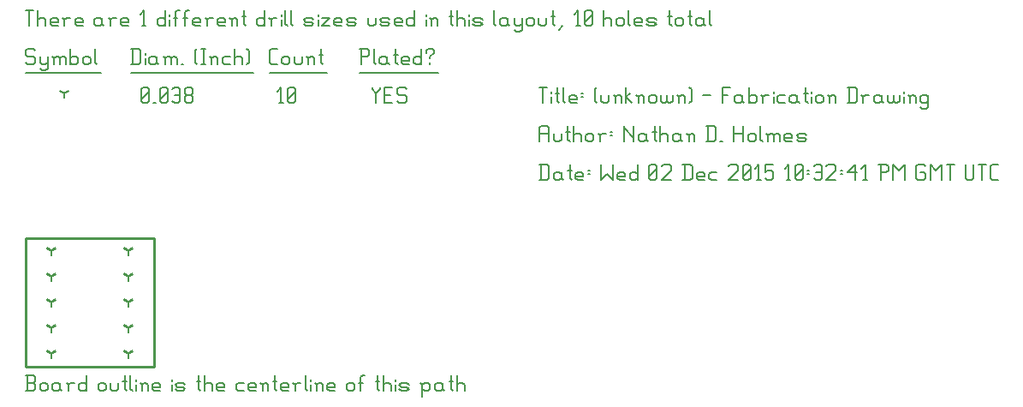
<source format=gbr>
G04 start of page 12 for group -3984 idx -3984 *
G04 Title: (unknown), fab *
G04 Creator: pcb 20140316 *
G04 CreationDate: Wed 02 Dec 2015 10:32:41 PM GMT UTC *
G04 For: ndholmes *
G04 Format: Gerber/RS-274X *
G04 PCB-Dimensions (mil): 500.00 500.00 *
G04 PCB-Coordinate-Origin: lower left *
%MOIN*%
%FSLAX25Y25*%
%LNFAB*%
%ADD35C,0.0100*%
%ADD34C,0.0060*%
%ADD33C,0.0001*%
%ADD32R,0.0080X0.0080*%
G54D32*X10000Y35000D02*Y33400D01*
G54D33*G36*
X9454Y35147D02*X11533Y36346D01*
X11933Y35653D01*
X9853Y34454D01*
X9454Y35147D01*
G37*
G36*
X10147Y34454D02*X8067Y35653D01*
X8467Y36346D01*
X10546Y35147D01*
X10147Y34454D01*
G37*
G54D32*X10000Y25000D02*Y23400D01*
G54D33*G36*
X9454Y25147D02*X11533Y26346D01*
X11933Y25653D01*
X9853Y24454D01*
X9454Y25147D01*
G37*
G36*
X10147Y24454D02*X8067Y25653D01*
X8467Y26346D01*
X10546Y25147D01*
X10147Y24454D01*
G37*
G54D32*X10000Y15000D02*Y13400D01*
G54D33*G36*
X9454Y15147D02*X11533Y16346D01*
X11933Y15653D01*
X9853Y14454D01*
X9454Y15147D01*
G37*
G36*
X10147Y14454D02*X8067Y15653D01*
X8467Y16346D01*
X10546Y15147D01*
X10147Y14454D01*
G37*
G54D32*X10000Y5000D02*Y3400D01*
G54D33*G36*
X9454Y5147D02*X11533Y6346D01*
X11933Y5653D01*
X9853Y4454D01*
X9454Y5147D01*
G37*
G36*
X10147Y4454D02*X8067Y5653D01*
X8467Y6346D01*
X10546Y5147D01*
X10147Y4454D01*
G37*
G54D32*X10000Y45000D02*Y43400D01*
G54D33*G36*
X9454Y45147D02*X11533Y46346D01*
X11933Y45653D01*
X9853Y44454D01*
X9454Y45147D01*
G37*
G36*
X10147Y44454D02*X8067Y45653D01*
X8467Y46346D01*
X10546Y45147D01*
X10147Y44454D01*
G37*
G54D32*X40000Y45000D02*Y43400D01*
G54D33*G36*
X39454Y45147D02*X41533Y46346D01*
X41933Y45653D01*
X39853Y44454D01*
X39454Y45147D01*
G37*
G36*
X40147Y44454D02*X38067Y45653D01*
X38467Y46346D01*
X40546Y45147D01*
X40147Y44454D01*
G37*
G54D32*X40000Y35000D02*Y33400D01*
G54D33*G36*
X39454Y35147D02*X41533Y36346D01*
X41933Y35653D01*
X39853Y34454D01*
X39454Y35147D01*
G37*
G36*
X40147Y34454D02*X38067Y35653D01*
X38467Y36346D01*
X40546Y35147D01*
X40147Y34454D01*
G37*
G54D32*X40000Y25000D02*Y23400D01*
G54D33*G36*
X39454Y25147D02*X41533Y26346D01*
X41933Y25653D01*
X39853Y24454D01*
X39454Y25147D01*
G37*
G36*
X40147Y24454D02*X38067Y25653D01*
X38467Y26346D01*
X40546Y25147D01*
X40147Y24454D01*
G37*
G54D32*X40000Y15000D02*Y13400D01*
G54D33*G36*
X39454Y15147D02*X41533Y16346D01*
X41933Y15653D01*
X39853Y14454D01*
X39454Y15147D01*
G37*
G36*
X40147Y14454D02*X38067Y15653D01*
X38467Y16346D01*
X40546Y15147D01*
X40147Y14454D01*
G37*
G54D32*X40000Y5000D02*Y3400D01*
G54D33*G36*
X39454Y5147D02*X41533Y6346D01*
X41933Y5653D01*
X39853Y4454D01*
X39454Y5147D01*
G37*
G36*
X40147Y4454D02*X38067Y5653D01*
X38467Y6346D01*
X40546Y5147D01*
X40147Y4454D01*
G37*
G54D32*X15000Y106250D02*Y104650D01*
G54D33*G36*
X14454Y106397D02*X16533Y107596D01*
X16933Y106903D01*
X14853Y105704D01*
X14454Y106397D01*
G37*
G36*
X15147Y105704D02*X13067Y106903D01*
X13467Y107596D01*
X15546Y106397D01*
X15147Y105704D01*
G37*
G54D34*X135000Y108500D02*Y107750D01*
X136500Y106250D01*
X138000Y107750D01*
Y108500D02*Y107750D01*
X136500Y106250D02*Y102500D01*
X139800Y105500D02*X142050D01*
X139800Y102500D02*X142800D01*
X139800Y108500D02*Y102500D01*
Y108500D02*X142800D01*
X147600D02*X148350Y107750D01*
X145350Y108500D02*X147600D01*
X144600Y107750D02*X145350Y108500D01*
X144600Y107750D02*Y106250D01*
X145350Y105500D01*
X147600D01*
X148350Y104750D01*
Y103250D01*
X147600Y102500D02*X148350Y103250D01*
X145350Y102500D02*X147600D01*
X144600Y103250D02*X145350Y102500D01*
X98750D02*X100250D01*
X99500Y108500D02*Y102500D01*
X98000Y107000D02*X99500Y108500D01*
X102050Y103250D02*X102800Y102500D01*
X102050Y107750D02*Y103250D01*
Y107750D02*X102800Y108500D01*
X104300D01*
X105050Y107750D01*
Y103250D01*
X104300Y102500D02*X105050Y103250D01*
X102800Y102500D02*X104300D01*
X102050Y104000D02*X105050Y107000D01*
X45000Y103250D02*X45750Y102500D01*
X45000Y107750D02*Y103250D01*
Y107750D02*X45750Y108500D01*
X47250D01*
X48000Y107750D01*
Y103250D01*
X47250Y102500D02*X48000Y103250D01*
X45750Y102500D02*X47250D01*
X45000Y104000D02*X48000Y107000D01*
X49800Y102500D02*X50550D01*
X52350Y103250D02*X53100Y102500D01*
X52350Y107750D02*Y103250D01*
Y107750D02*X53100Y108500D01*
X54600D01*
X55350Y107750D01*
Y103250D01*
X54600Y102500D02*X55350Y103250D01*
X53100Y102500D02*X54600D01*
X52350Y104000D02*X55350Y107000D01*
X57150Y107750D02*X57900Y108500D01*
X59400D01*
X60150Y107750D01*
Y103250D01*
X59400Y102500D02*X60150Y103250D01*
X57900Y102500D02*X59400D01*
X57150Y103250D02*X57900Y102500D01*
Y105500D02*X60150D01*
X61950Y103250D02*X62700Y102500D01*
X61950Y104750D02*Y103250D01*
Y104750D02*X62700Y105500D01*
X64200D01*
X64950Y104750D01*
Y103250D01*
X64200Y102500D02*X64950Y103250D01*
X62700Y102500D02*X64200D01*
X61950Y106250D02*X62700Y105500D01*
X61950Y107750D02*Y106250D01*
Y107750D02*X62700Y108500D01*
X64200D01*
X64950Y107750D01*
Y106250D01*
X64200Y105500D02*X64950Y106250D01*
X3000Y123500D02*X3750Y122750D01*
X750Y123500D02*X3000D01*
X0Y122750D02*X750Y123500D01*
X0Y122750D02*Y121250D01*
X750Y120500D01*
X3000D01*
X3750Y119750D01*
Y118250D01*
X3000Y117500D02*X3750Y118250D01*
X750Y117500D02*X3000D01*
X0Y118250D02*X750Y117500D01*
X5550Y120500D02*Y118250D01*
X6300Y117500D01*
X8550Y120500D02*Y116000D01*
X7800Y115250D02*X8550Y116000D01*
X6300Y115250D02*X7800D01*
X5550Y116000D02*X6300Y115250D01*
Y117500D02*X7800D01*
X8550Y118250D01*
X11100Y119750D02*Y117500D01*
Y119750D02*X11850Y120500D01*
X12600D01*
X13350Y119750D01*
Y117500D01*
Y119750D02*X14100Y120500D01*
X14850D01*
X15600Y119750D01*
Y117500D01*
X10350Y120500D02*X11100Y119750D01*
X17400Y123500D02*Y117500D01*
Y118250D02*X18150Y117500D01*
X19650D01*
X20400Y118250D01*
Y119750D02*Y118250D01*
X19650Y120500D02*X20400Y119750D01*
X18150Y120500D02*X19650D01*
X17400Y119750D02*X18150Y120500D01*
X22200Y119750D02*Y118250D01*
Y119750D02*X22950Y120500D01*
X24450D01*
X25200Y119750D01*
Y118250D01*
X24450Y117500D02*X25200Y118250D01*
X22950Y117500D02*X24450D01*
X22200Y118250D02*X22950Y117500D01*
X27000Y123500D02*Y118250D01*
X27750Y117500D01*
X0Y114250D02*X29250D01*
X41750Y123500D02*Y117500D01*
X44000Y123500D02*X44750Y122750D01*
Y118250D01*
X44000Y117500D02*X44750Y118250D01*
X41000Y117500D02*X44000D01*
X41000Y123500D02*X44000D01*
X46550Y122000D02*Y121250D01*
Y119750D02*Y117500D01*
X50300Y120500D02*X51050Y119750D01*
X48800Y120500D02*X50300D01*
X48050Y119750D02*X48800Y120500D01*
X48050Y119750D02*Y118250D01*
X48800Y117500D01*
X51050Y120500D02*Y118250D01*
X51800Y117500D01*
X48800D02*X50300D01*
X51050Y118250D01*
X54350Y119750D02*Y117500D01*
Y119750D02*X55100Y120500D01*
X55850D01*
X56600Y119750D01*
Y117500D01*
Y119750D02*X57350Y120500D01*
X58100D01*
X58850Y119750D01*
Y117500D01*
X53600Y120500D02*X54350Y119750D01*
X60650Y117500D02*X61400D01*
X65900Y118250D02*X66650Y117500D01*
X65900Y122750D02*X66650Y123500D01*
X65900Y122750D02*Y118250D01*
X68450Y123500D02*X69950D01*
X69200D02*Y117500D01*
X68450D02*X69950D01*
X72500Y119750D02*Y117500D01*
Y119750D02*X73250Y120500D01*
X74000D01*
X74750Y119750D01*
Y117500D01*
X71750Y120500D02*X72500Y119750D01*
X77300Y120500D02*X79550D01*
X76550Y119750D02*X77300Y120500D01*
X76550Y119750D02*Y118250D01*
X77300Y117500D01*
X79550D01*
X81350Y123500D02*Y117500D01*
Y119750D02*X82100Y120500D01*
X83600D01*
X84350Y119750D01*
Y117500D01*
X86150Y123500D02*X86900Y122750D01*
Y118250D01*
X86150Y117500D02*X86900Y118250D01*
X41000Y114250D02*X88700D01*
X95750Y117500D02*X98000D01*
X95000Y118250D02*X95750Y117500D01*
X95000Y122750D02*Y118250D01*
Y122750D02*X95750Y123500D01*
X98000D01*
X99800Y119750D02*Y118250D01*
Y119750D02*X100550Y120500D01*
X102050D01*
X102800Y119750D01*
Y118250D01*
X102050Y117500D02*X102800Y118250D01*
X100550Y117500D02*X102050D01*
X99800Y118250D02*X100550Y117500D01*
X104600Y120500D02*Y118250D01*
X105350Y117500D01*
X106850D01*
X107600Y118250D01*
Y120500D02*Y118250D01*
X110150Y119750D02*Y117500D01*
Y119750D02*X110900Y120500D01*
X111650D01*
X112400Y119750D01*
Y117500D01*
X109400Y120500D02*X110150Y119750D01*
X114950Y123500D02*Y118250D01*
X115700Y117500D01*
X114200Y121250D02*X115700D01*
X95000Y114250D02*X117200D01*
X130750Y123500D02*Y117500D01*
X130000Y123500D02*X133000D01*
X133750Y122750D01*
Y121250D01*
X133000Y120500D02*X133750Y121250D01*
X130750Y120500D02*X133000D01*
X135550Y123500D02*Y118250D01*
X136300Y117500D01*
X140050Y120500D02*X140800Y119750D01*
X138550Y120500D02*X140050D01*
X137800Y119750D02*X138550Y120500D01*
X137800Y119750D02*Y118250D01*
X138550Y117500D01*
X140800Y120500D02*Y118250D01*
X141550Y117500D01*
X138550D02*X140050D01*
X140800Y118250D01*
X144100Y123500D02*Y118250D01*
X144850Y117500D01*
X143350Y121250D02*X144850D01*
X147100Y117500D02*X149350D01*
X146350Y118250D02*X147100Y117500D01*
X146350Y119750D02*Y118250D01*
Y119750D02*X147100Y120500D01*
X148600D01*
X149350Y119750D01*
X146350Y119000D02*X149350D01*
Y119750D02*Y119000D01*
X154150Y123500D02*Y117500D01*
X153400D02*X154150Y118250D01*
X151900Y117500D02*X153400D01*
X151150Y118250D02*X151900Y117500D01*
X151150Y119750D02*Y118250D01*
Y119750D02*X151900Y120500D01*
X153400D01*
X154150Y119750D01*
X157450Y120500D02*Y119750D01*
Y118250D02*Y117500D01*
X155950Y122750D02*Y122000D01*
Y122750D02*X156700Y123500D01*
X158200D01*
X158950Y122750D01*
Y122000D01*
X157450Y120500D02*X158950Y122000D01*
X130000Y114250D02*X160750D01*
X0Y138500D02*X3000D01*
X1500D02*Y132500D01*
X4800Y138500D02*Y132500D01*
Y134750D02*X5550Y135500D01*
X7050D01*
X7800Y134750D01*
Y132500D01*
X10350D02*X12600D01*
X9600Y133250D02*X10350Y132500D01*
X9600Y134750D02*Y133250D01*
Y134750D02*X10350Y135500D01*
X11850D01*
X12600Y134750D01*
X9600Y134000D02*X12600D01*
Y134750D02*Y134000D01*
X15150Y134750D02*Y132500D01*
Y134750D02*X15900Y135500D01*
X17400D01*
X14400D02*X15150Y134750D01*
X19950Y132500D02*X22200D01*
X19200Y133250D02*X19950Y132500D01*
X19200Y134750D02*Y133250D01*
Y134750D02*X19950Y135500D01*
X21450D01*
X22200Y134750D01*
X19200Y134000D02*X22200D01*
Y134750D02*Y134000D01*
X28950Y135500D02*X29700Y134750D01*
X27450Y135500D02*X28950D01*
X26700Y134750D02*X27450Y135500D01*
X26700Y134750D02*Y133250D01*
X27450Y132500D01*
X29700Y135500D02*Y133250D01*
X30450Y132500D01*
X27450D02*X28950D01*
X29700Y133250D01*
X33000Y134750D02*Y132500D01*
Y134750D02*X33750Y135500D01*
X35250D01*
X32250D02*X33000Y134750D01*
X37800Y132500D02*X40050D01*
X37050Y133250D02*X37800Y132500D01*
X37050Y134750D02*Y133250D01*
Y134750D02*X37800Y135500D01*
X39300D01*
X40050Y134750D01*
X37050Y134000D02*X40050D01*
Y134750D02*Y134000D01*
X45300Y132500D02*X46800D01*
X46050Y138500D02*Y132500D01*
X44550Y137000D02*X46050Y138500D01*
X54300D02*Y132500D01*
X53550D02*X54300Y133250D01*
X52050Y132500D02*X53550D01*
X51300Y133250D02*X52050Y132500D01*
X51300Y134750D02*Y133250D01*
Y134750D02*X52050Y135500D01*
X53550D01*
X54300Y134750D01*
X56100Y137000D02*Y136250D01*
Y134750D02*Y132500D01*
X58350Y137750D02*Y132500D01*
Y137750D02*X59100Y138500D01*
X59850D01*
X57600Y135500D02*X59100D01*
X62100Y137750D02*Y132500D01*
Y137750D02*X62850Y138500D01*
X63600D01*
X61350Y135500D02*X62850D01*
X65850Y132500D02*X68100D01*
X65100Y133250D02*X65850Y132500D01*
X65100Y134750D02*Y133250D01*
Y134750D02*X65850Y135500D01*
X67350D01*
X68100Y134750D01*
X65100Y134000D02*X68100D01*
Y134750D02*Y134000D01*
X70650Y134750D02*Y132500D01*
Y134750D02*X71400Y135500D01*
X72900D01*
X69900D02*X70650Y134750D01*
X75450Y132500D02*X77700D01*
X74700Y133250D02*X75450Y132500D01*
X74700Y134750D02*Y133250D01*
Y134750D02*X75450Y135500D01*
X76950D01*
X77700Y134750D01*
X74700Y134000D02*X77700D01*
Y134750D02*Y134000D01*
X80250Y134750D02*Y132500D01*
Y134750D02*X81000Y135500D01*
X81750D01*
X82500Y134750D01*
Y132500D01*
X79500Y135500D02*X80250Y134750D01*
X85050Y138500D02*Y133250D01*
X85800Y132500D01*
X84300Y136250D02*X85800D01*
X93000Y138500D02*Y132500D01*
X92250D02*X93000Y133250D01*
X90750Y132500D02*X92250D01*
X90000Y133250D02*X90750Y132500D01*
X90000Y134750D02*Y133250D01*
Y134750D02*X90750Y135500D01*
X92250D01*
X93000Y134750D01*
X95550D02*Y132500D01*
Y134750D02*X96300Y135500D01*
X97800D01*
X94800D02*X95550Y134750D01*
X99600Y137000D02*Y136250D01*
Y134750D02*Y132500D01*
X101100Y138500D02*Y133250D01*
X101850Y132500D01*
X103350Y138500D02*Y133250D01*
X104100Y132500D01*
X109050D02*X111300D01*
X112050Y133250D01*
X111300Y134000D02*X112050Y133250D01*
X109050Y134000D02*X111300D01*
X108300Y134750D02*X109050Y134000D01*
X108300Y134750D02*X109050Y135500D01*
X111300D01*
X112050Y134750D01*
X108300Y133250D02*X109050Y132500D01*
X113850Y137000D02*Y136250D01*
Y134750D02*Y132500D01*
X115350Y135500D02*X118350D01*
X115350Y132500D02*X118350Y135500D01*
X115350Y132500D02*X118350D01*
X120900D02*X123150D01*
X120150Y133250D02*X120900Y132500D01*
X120150Y134750D02*Y133250D01*
Y134750D02*X120900Y135500D01*
X122400D01*
X123150Y134750D01*
X120150Y134000D02*X123150D01*
Y134750D02*Y134000D01*
X125700Y132500D02*X127950D01*
X128700Y133250D01*
X127950Y134000D02*X128700Y133250D01*
X125700Y134000D02*X127950D01*
X124950Y134750D02*X125700Y134000D01*
X124950Y134750D02*X125700Y135500D01*
X127950D01*
X128700Y134750D01*
X124950Y133250D02*X125700Y132500D01*
X133200Y135500D02*Y133250D01*
X133950Y132500D01*
X135450D01*
X136200Y133250D01*
Y135500D02*Y133250D01*
X138750Y132500D02*X141000D01*
X141750Y133250D01*
X141000Y134000D02*X141750Y133250D01*
X138750Y134000D02*X141000D01*
X138000Y134750D02*X138750Y134000D01*
X138000Y134750D02*X138750Y135500D01*
X141000D01*
X141750Y134750D01*
X138000Y133250D02*X138750Y132500D01*
X144300D02*X146550D01*
X143550Y133250D02*X144300Y132500D01*
X143550Y134750D02*Y133250D01*
Y134750D02*X144300Y135500D01*
X145800D01*
X146550Y134750D01*
X143550Y134000D02*X146550D01*
Y134750D02*Y134000D01*
X151350Y138500D02*Y132500D01*
X150600D02*X151350Y133250D01*
X149100Y132500D02*X150600D01*
X148350Y133250D02*X149100Y132500D01*
X148350Y134750D02*Y133250D01*
Y134750D02*X149100Y135500D01*
X150600D01*
X151350Y134750D01*
X155850Y137000D02*Y136250D01*
Y134750D02*Y132500D01*
X158100Y134750D02*Y132500D01*
Y134750D02*X158850Y135500D01*
X159600D01*
X160350Y134750D01*
Y132500D01*
X157350Y135500D02*X158100Y134750D01*
X165600Y138500D02*Y133250D01*
X166350Y132500D01*
X164850Y136250D02*X166350D01*
X167850Y138500D02*Y132500D01*
Y134750D02*X168600Y135500D01*
X170100D01*
X170850Y134750D01*
Y132500D01*
X172650Y137000D02*Y136250D01*
Y134750D02*Y132500D01*
X174900D02*X177150D01*
X177900Y133250D01*
X177150Y134000D02*X177900Y133250D01*
X174900Y134000D02*X177150D01*
X174150Y134750D02*X174900Y134000D01*
X174150Y134750D02*X174900Y135500D01*
X177150D01*
X177900Y134750D01*
X174150Y133250D02*X174900Y132500D01*
X182400Y138500D02*Y133250D01*
X183150Y132500D01*
X186900Y135500D02*X187650Y134750D01*
X185400Y135500D02*X186900D01*
X184650Y134750D02*X185400Y135500D01*
X184650Y134750D02*Y133250D01*
X185400Y132500D01*
X187650Y135500D02*Y133250D01*
X188400Y132500D01*
X185400D02*X186900D01*
X187650Y133250D01*
X190200Y135500D02*Y133250D01*
X190950Y132500D01*
X193200Y135500D02*Y131000D01*
X192450Y130250D02*X193200Y131000D01*
X190950Y130250D02*X192450D01*
X190200Y131000D02*X190950Y130250D01*
Y132500D02*X192450D01*
X193200Y133250D01*
X195000Y134750D02*Y133250D01*
Y134750D02*X195750Y135500D01*
X197250D01*
X198000Y134750D01*
Y133250D01*
X197250Y132500D02*X198000Y133250D01*
X195750Y132500D02*X197250D01*
X195000Y133250D02*X195750Y132500D01*
X199800Y135500D02*Y133250D01*
X200550Y132500D01*
X202050D01*
X202800Y133250D01*
Y135500D02*Y133250D01*
X205350Y138500D02*Y133250D01*
X206100Y132500D01*
X204600Y136250D02*X206100D01*
X207600Y131000D02*X209100Y132500D01*
X214350D02*X215850D01*
X215100Y138500D02*Y132500D01*
X213600Y137000D02*X215100Y138500D01*
X217650Y133250D02*X218400Y132500D01*
X217650Y137750D02*Y133250D01*
Y137750D02*X218400Y138500D01*
X219900D01*
X220650Y137750D01*
Y133250D01*
X219900Y132500D02*X220650Y133250D01*
X218400Y132500D02*X219900D01*
X217650Y134000D02*X220650Y137000D01*
X225150Y138500D02*Y132500D01*
Y134750D02*X225900Y135500D01*
X227400D01*
X228150Y134750D01*
Y132500D01*
X229950Y134750D02*Y133250D01*
Y134750D02*X230700Y135500D01*
X232200D01*
X232950Y134750D01*
Y133250D01*
X232200Y132500D02*X232950Y133250D01*
X230700Y132500D02*X232200D01*
X229950Y133250D02*X230700Y132500D01*
X234750Y138500D02*Y133250D01*
X235500Y132500D01*
X237750D02*X240000D01*
X237000Y133250D02*X237750Y132500D01*
X237000Y134750D02*Y133250D01*
Y134750D02*X237750Y135500D01*
X239250D01*
X240000Y134750D01*
X237000Y134000D02*X240000D01*
Y134750D02*Y134000D01*
X242550Y132500D02*X244800D01*
X245550Y133250D01*
X244800Y134000D02*X245550Y133250D01*
X242550Y134000D02*X244800D01*
X241800Y134750D02*X242550Y134000D01*
X241800Y134750D02*X242550Y135500D01*
X244800D01*
X245550Y134750D01*
X241800Y133250D02*X242550Y132500D01*
X250800Y138500D02*Y133250D01*
X251550Y132500D01*
X250050Y136250D02*X251550D01*
X253050Y134750D02*Y133250D01*
Y134750D02*X253800Y135500D01*
X255300D01*
X256050Y134750D01*
Y133250D01*
X255300Y132500D02*X256050Y133250D01*
X253800Y132500D02*X255300D01*
X253050Y133250D02*X253800Y132500D01*
X258600Y138500D02*Y133250D01*
X259350Y132500D01*
X257850Y136250D02*X259350D01*
X263100Y135500D02*X263850Y134750D01*
X261600Y135500D02*X263100D01*
X260850Y134750D02*X261600Y135500D01*
X260850Y134750D02*Y133250D01*
X261600Y132500D01*
X263850Y135500D02*Y133250D01*
X264600Y132500D01*
X261600D02*X263100D01*
X263850Y133250D01*
X266400Y138500D02*Y133250D01*
X267150Y132500D01*
G54D35*X0Y0D02*X50000D01*
Y50000D01*
X0D01*
Y0D01*
G54D34*Y-9500D02*X3000D01*
X3750Y-8750D01*
Y-7250D02*Y-8750D01*
X3000Y-6500D02*X3750Y-7250D01*
X750Y-6500D02*X3000D01*
X750Y-3500D02*Y-9500D01*
X0Y-3500D02*X3000D01*
X3750Y-4250D01*
Y-5750D01*
X3000Y-6500D02*X3750Y-5750D01*
X5550Y-7250D02*Y-8750D01*
Y-7250D02*X6300Y-6500D01*
X7800D01*
X8550Y-7250D01*
Y-8750D01*
X7800Y-9500D02*X8550Y-8750D01*
X6300Y-9500D02*X7800D01*
X5550Y-8750D02*X6300Y-9500D01*
X12600Y-6500D02*X13350Y-7250D01*
X11100Y-6500D02*X12600D01*
X10350Y-7250D02*X11100Y-6500D01*
X10350Y-7250D02*Y-8750D01*
X11100Y-9500D01*
X13350Y-6500D02*Y-8750D01*
X14100Y-9500D01*
X11100D02*X12600D01*
X13350Y-8750D01*
X16650Y-7250D02*Y-9500D01*
Y-7250D02*X17400Y-6500D01*
X18900D01*
X15900D02*X16650Y-7250D01*
X23700Y-3500D02*Y-9500D01*
X22950D02*X23700Y-8750D01*
X21450Y-9500D02*X22950D01*
X20700Y-8750D02*X21450Y-9500D01*
X20700Y-7250D02*Y-8750D01*
Y-7250D02*X21450Y-6500D01*
X22950D01*
X23700Y-7250D01*
X28200D02*Y-8750D01*
Y-7250D02*X28950Y-6500D01*
X30450D01*
X31200Y-7250D01*
Y-8750D01*
X30450Y-9500D02*X31200Y-8750D01*
X28950Y-9500D02*X30450D01*
X28200Y-8750D02*X28950Y-9500D01*
X33000Y-6500D02*Y-8750D01*
X33750Y-9500D01*
X35250D01*
X36000Y-8750D01*
Y-6500D02*Y-8750D01*
X38550Y-3500D02*Y-8750D01*
X39300Y-9500D01*
X37800Y-5750D02*X39300D01*
X40800Y-3500D02*Y-8750D01*
X41550Y-9500D01*
X43050Y-5000D02*Y-5750D01*
Y-7250D02*Y-9500D01*
X45300Y-7250D02*Y-9500D01*
Y-7250D02*X46050Y-6500D01*
X46800D01*
X47550Y-7250D01*
Y-9500D01*
X44550Y-6500D02*X45300Y-7250D01*
X50100Y-9500D02*X52350D01*
X49350Y-8750D02*X50100Y-9500D01*
X49350Y-7250D02*Y-8750D01*
Y-7250D02*X50100Y-6500D01*
X51600D01*
X52350Y-7250D01*
X49350Y-8000D02*X52350D01*
Y-7250D02*Y-8000D01*
X56850Y-5000D02*Y-5750D01*
Y-7250D02*Y-9500D01*
X59100D02*X61350D01*
X62100Y-8750D01*
X61350Y-8000D02*X62100Y-8750D01*
X59100Y-8000D02*X61350D01*
X58350Y-7250D02*X59100Y-8000D01*
X58350Y-7250D02*X59100Y-6500D01*
X61350D01*
X62100Y-7250D01*
X58350Y-8750D02*X59100Y-9500D01*
X67350Y-3500D02*Y-8750D01*
X68100Y-9500D01*
X66600Y-5750D02*X68100D01*
X69600Y-3500D02*Y-9500D01*
Y-7250D02*X70350Y-6500D01*
X71850D01*
X72600Y-7250D01*
Y-9500D01*
X75150D02*X77400D01*
X74400Y-8750D02*X75150Y-9500D01*
X74400Y-7250D02*Y-8750D01*
Y-7250D02*X75150Y-6500D01*
X76650D01*
X77400Y-7250D01*
X74400Y-8000D02*X77400D01*
Y-7250D02*Y-8000D01*
X82650Y-6500D02*X84900D01*
X81900Y-7250D02*X82650Y-6500D01*
X81900Y-7250D02*Y-8750D01*
X82650Y-9500D01*
X84900D01*
X87450D02*X89700D01*
X86700Y-8750D02*X87450Y-9500D01*
X86700Y-7250D02*Y-8750D01*
Y-7250D02*X87450Y-6500D01*
X88950D01*
X89700Y-7250D01*
X86700Y-8000D02*X89700D01*
Y-7250D02*Y-8000D01*
X92250Y-7250D02*Y-9500D01*
Y-7250D02*X93000Y-6500D01*
X93750D01*
X94500Y-7250D01*
Y-9500D01*
X91500Y-6500D02*X92250Y-7250D01*
X97050Y-3500D02*Y-8750D01*
X97800Y-9500D01*
X96300Y-5750D02*X97800D01*
X100050Y-9500D02*X102300D01*
X99300Y-8750D02*X100050Y-9500D01*
X99300Y-7250D02*Y-8750D01*
Y-7250D02*X100050Y-6500D01*
X101550D01*
X102300Y-7250D01*
X99300Y-8000D02*X102300D01*
Y-7250D02*Y-8000D01*
X104850Y-7250D02*Y-9500D01*
Y-7250D02*X105600Y-6500D01*
X107100D01*
X104100D02*X104850Y-7250D01*
X108900Y-3500D02*Y-8750D01*
X109650Y-9500D01*
X111150Y-5000D02*Y-5750D01*
Y-7250D02*Y-9500D01*
X113400Y-7250D02*Y-9500D01*
Y-7250D02*X114150Y-6500D01*
X114900D01*
X115650Y-7250D01*
Y-9500D01*
X112650Y-6500D02*X113400Y-7250D01*
X118200Y-9500D02*X120450D01*
X117450Y-8750D02*X118200Y-9500D01*
X117450Y-7250D02*Y-8750D01*
Y-7250D02*X118200Y-6500D01*
X119700D01*
X120450Y-7250D01*
X117450Y-8000D02*X120450D01*
Y-7250D02*Y-8000D01*
X124950Y-7250D02*Y-8750D01*
Y-7250D02*X125700Y-6500D01*
X127200D01*
X127950Y-7250D01*
Y-8750D01*
X127200Y-9500D02*X127950Y-8750D01*
X125700Y-9500D02*X127200D01*
X124950Y-8750D02*X125700Y-9500D01*
X130500Y-4250D02*Y-9500D01*
Y-4250D02*X131250Y-3500D01*
X132000D01*
X129750Y-6500D02*X131250D01*
X136950Y-3500D02*Y-8750D01*
X137700Y-9500D01*
X136200Y-5750D02*X137700D01*
X139200Y-3500D02*Y-9500D01*
Y-7250D02*X139950Y-6500D01*
X141450D01*
X142200Y-7250D01*
Y-9500D01*
X144000Y-5000D02*Y-5750D01*
Y-7250D02*Y-9500D01*
X146250D02*X148500D01*
X149250Y-8750D01*
X148500Y-8000D02*X149250Y-8750D01*
X146250Y-8000D02*X148500D01*
X145500Y-7250D02*X146250Y-8000D01*
X145500Y-7250D02*X146250Y-6500D01*
X148500D01*
X149250Y-7250D01*
X145500Y-8750D02*X146250Y-9500D01*
X154500Y-7250D02*Y-11750D01*
X153750Y-6500D02*X154500Y-7250D01*
X155250Y-6500D01*
X156750D01*
X157500Y-7250D01*
Y-8750D01*
X156750Y-9500D02*X157500Y-8750D01*
X155250Y-9500D02*X156750D01*
X154500Y-8750D02*X155250Y-9500D01*
X161550Y-6500D02*X162300Y-7250D01*
X160050Y-6500D02*X161550D01*
X159300Y-7250D02*X160050Y-6500D01*
X159300Y-7250D02*Y-8750D01*
X160050Y-9500D01*
X162300Y-6500D02*Y-8750D01*
X163050Y-9500D01*
X160050D02*X161550D01*
X162300Y-8750D01*
X165600Y-3500D02*Y-8750D01*
X166350Y-9500D01*
X164850Y-5750D02*X166350D01*
X167850Y-3500D02*Y-9500D01*
Y-7250D02*X168600Y-6500D01*
X170100D01*
X170850Y-7250D01*
Y-9500D01*
X200750Y78500D02*Y72500D01*
X203000Y78500D02*X203750Y77750D01*
Y73250D01*
X203000Y72500D02*X203750Y73250D01*
X200000Y72500D02*X203000D01*
X200000Y78500D02*X203000D01*
X207800Y75500D02*X208550Y74750D01*
X206300Y75500D02*X207800D01*
X205550Y74750D02*X206300Y75500D01*
X205550Y74750D02*Y73250D01*
X206300Y72500D01*
X208550Y75500D02*Y73250D01*
X209300Y72500D01*
X206300D02*X207800D01*
X208550Y73250D01*
X211850Y78500D02*Y73250D01*
X212600Y72500D01*
X211100Y76250D02*X212600D01*
X214850Y72500D02*X217100D01*
X214100Y73250D02*X214850Y72500D01*
X214100Y74750D02*Y73250D01*
Y74750D02*X214850Y75500D01*
X216350D01*
X217100Y74750D01*
X214100Y74000D02*X217100D01*
Y74750D02*Y74000D01*
X218900Y76250D02*X219650D01*
X218900Y74750D02*X219650D01*
X224150Y78500D02*Y72500D01*
X226400Y74750D01*
X228650Y72500D01*
Y78500D02*Y72500D01*
X231200D02*X233450D01*
X230450Y73250D02*X231200Y72500D01*
X230450Y74750D02*Y73250D01*
Y74750D02*X231200Y75500D01*
X232700D01*
X233450Y74750D01*
X230450Y74000D02*X233450D01*
Y74750D02*Y74000D01*
X238250Y78500D02*Y72500D01*
X237500D02*X238250Y73250D01*
X236000Y72500D02*X237500D01*
X235250Y73250D02*X236000Y72500D01*
X235250Y74750D02*Y73250D01*
Y74750D02*X236000Y75500D01*
X237500D01*
X238250Y74750D01*
X242750Y73250D02*X243500Y72500D01*
X242750Y77750D02*Y73250D01*
Y77750D02*X243500Y78500D01*
X245000D01*
X245750Y77750D01*
Y73250D01*
X245000Y72500D02*X245750Y73250D01*
X243500Y72500D02*X245000D01*
X242750Y74000D02*X245750Y77000D01*
X247550Y77750D02*X248300Y78500D01*
X250550D01*
X251300Y77750D01*
Y76250D01*
X247550Y72500D02*X251300Y76250D01*
X247550Y72500D02*X251300D01*
X256550Y78500D02*Y72500D01*
X258800Y78500D02*X259550Y77750D01*
Y73250D01*
X258800Y72500D02*X259550Y73250D01*
X255800Y72500D02*X258800D01*
X255800Y78500D02*X258800D01*
X262100Y72500D02*X264350D01*
X261350Y73250D02*X262100Y72500D01*
X261350Y74750D02*Y73250D01*
Y74750D02*X262100Y75500D01*
X263600D01*
X264350Y74750D01*
X261350Y74000D02*X264350D01*
Y74750D02*Y74000D01*
X266900Y75500D02*X269150D01*
X266150Y74750D02*X266900Y75500D01*
X266150Y74750D02*Y73250D01*
X266900Y72500D01*
X269150D01*
X273650Y77750D02*X274400Y78500D01*
X276650D01*
X277400Y77750D01*
Y76250D01*
X273650Y72500D02*X277400Y76250D01*
X273650Y72500D02*X277400D01*
X279200Y73250D02*X279950Y72500D01*
X279200Y77750D02*Y73250D01*
Y77750D02*X279950Y78500D01*
X281450D01*
X282200Y77750D01*
Y73250D01*
X281450Y72500D02*X282200Y73250D01*
X279950Y72500D02*X281450D01*
X279200Y74000D02*X282200Y77000D01*
X284750Y72500D02*X286250D01*
X285500Y78500D02*Y72500D01*
X284000Y77000D02*X285500Y78500D01*
X288050D02*X291050D01*
X288050D02*Y75500D01*
X288800Y76250D01*
X290300D01*
X291050Y75500D01*
Y73250D01*
X290300Y72500D02*X291050Y73250D01*
X288800Y72500D02*X290300D01*
X288050Y73250D02*X288800Y72500D01*
X296300D02*X297800D01*
X297050Y78500D02*Y72500D01*
X295550Y77000D02*X297050Y78500D01*
X299600Y73250D02*X300350Y72500D01*
X299600Y77750D02*Y73250D01*
Y77750D02*X300350Y78500D01*
X301850D01*
X302600Y77750D01*
Y73250D01*
X301850Y72500D02*X302600Y73250D01*
X300350Y72500D02*X301850D01*
X299600Y74000D02*X302600Y77000D01*
X304400Y76250D02*X305150D01*
X304400Y74750D02*X305150D01*
X306950Y77750D02*X307700Y78500D01*
X309200D01*
X309950Y77750D01*
Y73250D01*
X309200Y72500D02*X309950Y73250D01*
X307700Y72500D02*X309200D01*
X306950Y73250D02*X307700Y72500D01*
Y75500D02*X309950D01*
X311750Y77750D02*X312500Y78500D01*
X314750D01*
X315500Y77750D01*
Y76250D01*
X311750Y72500D02*X315500Y76250D01*
X311750Y72500D02*X315500D01*
X317300Y76250D02*X318050D01*
X317300Y74750D02*X318050D01*
X319850Y75500D02*X322850Y78500D01*
X319850Y75500D02*X323600D01*
X322850Y78500D02*Y72500D01*
X326150D02*X327650D01*
X326900Y78500D02*Y72500D01*
X325400Y77000D02*X326900Y78500D01*
X332900D02*Y72500D01*
X332150Y78500D02*X335150D01*
X335900Y77750D01*
Y76250D01*
X335150Y75500D02*X335900Y76250D01*
X332900Y75500D02*X335150D01*
X337700Y78500D02*Y72500D01*
Y78500D02*X339950Y76250D01*
X342200Y78500D01*
Y72500D01*
X349700Y78500D02*X350450Y77750D01*
X347450Y78500D02*X349700D01*
X346700Y77750D02*X347450Y78500D01*
X346700Y77750D02*Y73250D01*
X347450Y72500D01*
X349700D01*
X350450Y73250D01*
Y74750D02*Y73250D01*
X349700Y75500D02*X350450Y74750D01*
X348200Y75500D02*X349700D01*
X352250Y78500D02*Y72500D01*
Y78500D02*X354500Y76250D01*
X356750Y78500D01*
Y72500D01*
X358550Y78500D02*X361550D01*
X360050D02*Y72500D01*
X366050Y78500D02*Y73250D01*
X366800Y72500D01*
X368300D01*
X369050Y73250D01*
Y78500D02*Y73250D01*
X370850Y78500D02*X373850D01*
X372350D02*Y72500D01*
X376400D02*X378650D01*
X375650Y73250D02*X376400Y72500D01*
X375650Y77750D02*Y73250D01*
Y77750D02*X376400Y78500D01*
X378650D01*
X200000Y92750D02*Y87500D01*
Y92750D02*X200750Y93500D01*
X203000D01*
X203750Y92750D01*
Y87500D01*
X200000Y90500D02*X203750D01*
X205550D02*Y88250D01*
X206300Y87500D01*
X207800D01*
X208550Y88250D01*
Y90500D02*Y88250D01*
X211100Y93500D02*Y88250D01*
X211850Y87500D01*
X210350Y91250D02*X211850D01*
X213350Y93500D02*Y87500D01*
Y89750D02*X214100Y90500D01*
X215600D01*
X216350Y89750D01*
Y87500D01*
X218150Y89750D02*Y88250D01*
Y89750D02*X218900Y90500D01*
X220400D01*
X221150Y89750D01*
Y88250D01*
X220400Y87500D02*X221150Y88250D01*
X218900Y87500D02*X220400D01*
X218150Y88250D02*X218900Y87500D01*
X223700Y89750D02*Y87500D01*
Y89750D02*X224450Y90500D01*
X225950D01*
X222950D02*X223700Y89750D01*
X227750Y91250D02*X228500D01*
X227750Y89750D02*X228500D01*
X233000Y93500D02*Y87500D01*
Y93500D02*Y92750D01*
X236750Y89000D01*
Y93500D02*Y87500D01*
X240800Y90500D02*X241550Y89750D01*
X239300Y90500D02*X240800D01*
X238550Y89750D02*X239300Y90500D01*
X238550Y89750D02*Y88250D01*
X239300Y87500D01*
X241550Y90500D02*Y88250D01*
X242300Y87500D01*
X239300D02*X240800D01*
X241550Y88250D01*
X244850Y93500D02*Y88250D01*
X245600Y87500D01*
X244100Y91250D02*X245600D01*
X247100Y93500D02*Y87500D01*
Y89750D02*X247850Y90500D01*
X249350D01*
X250100Y89750D01*
Y87500D01*
X254150Y90500D02*X254900Y89750D01*
X252650Y90500D02*X254150D01*
X251900Y89750D02*X252650Y90500D01*
X251900Y89750D02*Y88250D01*
X252650Y87500D01*
X254900Y90500D02*Y88250D01*
X255650Y87500D01*
X252650D02*X254150D01*
X254900Y88250D01*
X258200Y89750D02*Y87500D01*
Y89750D02*X258950Y90500D01*
X259700D01*
X260450Y89750D01*
Y87500D01*
X257450Y90500D02*X258200Y89750D01*
X265700Y93500D02*Y87500D01*
X267950Y93500D02*X268700Y92750D01*
Y88250D01*
X267950Y87500D02*X268700Y88250D01*
X264950Y87500D02*X267950D01*
X264950Y93500D02*X267950D01*
X270500Y87500D02*X271250D01*
X275750Y93500D02*Y87500D01*
X279500Y93500D02*Y87500D01*
X275750Y90500D02*X279500D01*
X281300Y89750D02*Y88250D01*
Y89750D02*X282050Y90500D01*
X283550D01*
X284300Y89750D01*
Y88250D01*
X283550Y87500D02*X284300Y88250D01*
X282050Y87500D02*X283550D01*
X281300Y88250D02*X282050Y87500D01*
X286100Y93500D02*Y88250D01*
X286850Y87500D01*
X289100Y89750D02*Y87500D01*
Y89750D02*X289850Y90500D01*
X290600D01*
X291350Y89750D01*
Y87500D01*
Y89750D02*X292100Y90500D01*
X292850D01*
X293600Y89750D01*
Y87500D01*
X288350Y90500D02*X289100Y89750D01*
X296150Y87500D02*X298400D01*
X295400Y88250D02*X296150Y87500D01*
X295400Y89750D02*Y88250D01*
Y89750D02*X296150Y90500D01*
X297650D01*
X298400Y89750D01*
X295400Y89000D02*X298400D01*
Y89750D02*Y89000D01*
X300950Y87500D02*X303200D01*
X303950Y88250D01*
X303200Y89000D02*X303950Y88250D01*
X300950Y89000D02*X303200D01*
X300200Y89750D02*X300950Y89000D01*
X300200Y89750D02*X300950Y90500D01*
X303200D01*
X303950Y89750D01*
X300200Y88250D02*X300950Y87500D01*
X200000Y108500D02*X203000D01*
X201500D02*Y102500D01*
X204800Y107000D02*Y106250D01*
Y104750D02*Y102500D01*
X207050Y108500D02*Y103250D01*
X207800Y102500D01*
X206300Y106250D02*X207800D01*
X209300Y108500D02*Y103250D01*
X210050Y102500D01*
X212300D02*X214550D01*
X211550Y103250D02*X212300Y102500D01*
X211550Y104750D02*Y103250D01*
Y104750D02*X212300Y105500D01*
X213800D01*
X214550Y104750D01*
X211550Y104000D02*X214550D01*
Y104750D02*Y104000D01*
X216350Y106250D02*X217100D01*
X216350Y104750D02*X217100D01*
X221600Y103250D02*X222350Y102500D01*
X221600Y107750D02*X222350Y108500D01*
X221600Y107750D02*Y103250D01*
X224150Y105500D02*Y103250D01*
X224900Y102500D01*
X226400D01*
X227150Y103250D01*
Y105500D02*Y103250D01*
X229700Y104750D02*Y102500D01*
Y104750D02*X230450Y105500D01*
X231200D01*
X231950Y104750D01*
Y102500D01*
X228950Y105500D02*X229700Y104750D01*
X233750Y108500D02*Y102500D01*
Y104750D02*X236000Y102500D01*
X233750Y104750D02*X235250Y106250D01*
X238550Y104750D02*Y102500D01*
Y104750D02*X239300Y105500D01*
X240050D01*
X240800Y104750D01*
Y102500D01*
X237800Y105500D02*X238550Y104750D01*
X242600D02*Y103250D01*
Y104750D02*X243350Y105500D01*
X244850D01*
X245600Y104750D01*
Y103250D01*
X244850Y102500D02*X245600Y103250D01*
X243350Y102500D02*X244850D01*
X242600Y103250D02*X243350Y102500D01*
X247400Y105500D02*Y103250D01*
X248150Y102500D01*
X248900D01*
X249650Y103250D01*
Y105500D02*Y103250D01*
X250400Y102500D01*
X251150D01*
X251900Y103250D01*
Y105500D02*Y103250D01*
X254450Y104750D02*Y102500D01*
Y104750D02*X255200Y105500D01*
X255950D01*
X256700Y104750D01*
Y102500D01*
X253700Y105500D02*X254450Y104750D01*
X258500Y108500D02*X259250Y107750D01*
Y103250D01*
X258500Y102500D02*X259250Y103250D01*
X263750Y105500D02*X266750D01*
X271250Y108500D02*Y102500D01*
Y108500D02*X274250D01*
X271250Y105500D02*X273500D01*
X278300D02*X279050Y104750D01*
X276800Y105500D02*X278300D01*
X276050Y104750D02*X276800Y105500D01*
X276050Y104750D02*Y103250D01*
X276800Y102500D01*
X279050Y105500D02*Y103250D01*
X279800Y102500D01*
X276800D02*X278300D01*
X279050Y103250D01*
X281600Y108500D02*Y102500D01*
Y103250D02*X282350Y102500D01*
X283850D01*
X284600Y103250D01*
Y104750D02*Y103250D01*
X283850Y105500D02*X284600Y104750D01*
X282350Y105500D02*X283850D01*
X281600Y104750D02*X282350Y105500D01*
X287150Y104750D02*Y102500D01*
Y104750D02*X287900Y105500D01*
X289400D01*
X286400D02*X287150Y104750D01*
X291200Y107000D02*Y106250D01*
Y104750D02*Y102500D01*
X293450Y105500D02*X295700D01*
X292700Y104750D02*X293450Y105500D01*
X292700Y104750D02*Y103250D01*
X293450Y102500D01*
X295700D01*
X299750Y105500D02*X300500Y104750D01*
X298250Y105500D02*X299750D01*
X297500Y104750D02*X298250Y105500D01*
X297500Y104750D02*Y103250D01*
X298250Y102500D01*
X300500Y105500D02*Y103250D01*
X301250Y102500D01*
X298250D02*X299750D01*
X300500Y103250D01*
X303800Y108500D02*Y103250D01*
X304550Y102500D01*
X303050Y106250D02*X304550D01*
X306050Y107000D02*Y106250D01*
Y104750D02*Y102500D01*
X307550Y104750D02*Y103250D01*
Y104750D02*X308300Y105500D01*
X309800D01*
X310550Y104750D01*
Y103250D01*
X309800Y102500D02*X310550Y103250D01*
X308300Y102500D02*X309800D01*
X307550Y103250D02*X308300Y102500D01*
X313100Y104750D02*Y102500D01*
Y104750D02*X313850Y105500D01*
X314600D01*
X315350Y104750D01*
Y102500D01*
X312350Y105500D02*X313100Y104750D01*
X320600Y108500D02*Y102500D01*
X322850Y108500D02*X323600Y107750D01*
Y103250D01*
X322850Y102500D02*X323600Y103250D01*
X319850Y102500D02*X322850D01*
X319850Y108500D02*X322850D01*
X326150Y104750D02*Y102500D01*
Y104750D02*X326900Y105500D01*
X328400D01*
X325400D02*X326150Y104750D01*
X332450Y105500D02*X333200Y104750D01*
X330950Y105500D02*X332450D01*
X330200Y104750D02*X330950Y105500D01*
X330200Y104750D02*Y103250D01*
X330950Y102500D01*
X333200Y105500D02*Y103250D01*
X333950Y102500D01*
X330950D02*X332450D01*
X333200Y103250D01*
X335750Y105500D02*Y103250D01*
X336500Y102500D01*
X337250D01*
X338000Y103250D01*
Y105500D02*Y103250D01*
X338750Y102500D01*
X339500D01*
X340250Y103250D01*
Y105500D02*Y103250D01*
X342050Y107000D02*Y106250D01*
Y104750D02*Y102500D01*
X344300Y104750D02*Y102500D01*
Y104750D02*X345050Y105500D01*
X345800D01*
X346550Y104750D01*
Y102500D01*
X343550Y105500D02*X344300Y104750D01*
X350600Y105500D02*X351350Y104750D01*
X349100Y105500D02*X350600D01*
X348350Y104750D02*X349100Y105500D01*
X348350Y104750D02*Y103250D01*
X349100Y102500D01*
X350600D01*
X351350Y103250D01*
X348350Y101000D02*X349100Y100250D01*
X350600D01*
X351350Y101000D01*
Y105500D02*Y101000D01*
M02*

</source>
